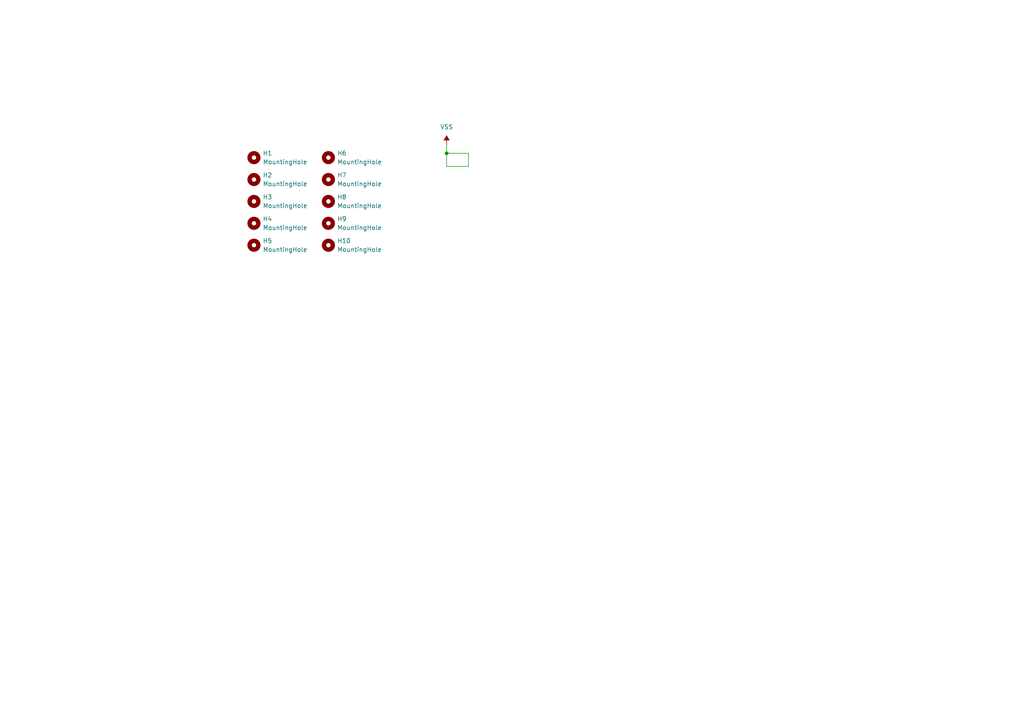
<source format=kicad_sch>
(kicad_sch (version 20230121) (generator eeschema)
  (paper "A4")
  (lib_symbols
    (symbol "Mechanical:MountingHole" (pin_names (offset 1.016))
      (property "Reference" "H" (at 0 5.08 0))
      (property "Value" "MountingHole" (at 0 3.175 0))
      (symbol "MountingHole_0_1"
        (circle (center 0 0) (radius 1.27) (stroke (width 1.27)))
      )
    )
    (symbol "power:VSS" (power) (pin_names (offset 0))
      (property "Value" "VSS" (at 0 3.81 0))
      (symbol "VSS_0_1"
        (polyline (pts (xy 0 0) (xy 0 2.54)))
        (polyline (pts (xy 0.762 1.27) (xy -0.762 1.27) (xy 0 2.54) (xy 0.762 1.27)) (fill (type outline)))
      )
      (symbol "VSS_1_1"
        (pin power_in line (at 0 0 90) (length 0) hide (name "VSS") (number "1"))
      )
    )
  )
  (junction (at 129.54 44.45))
  (wire (pts (xy 129.54 44.45) (xy 129.54 48.26)))
  (wire (pts (xy 129.54 41.91) (xy 129.54 44.45)))
  (wire (pts (xy 129.54 44.45) (xy 135.89 44.45)))
  (wire (pts (xy 129.54 48.26) (xy 135.89 48.26)))
  (wire (pts (xy 135.89 48.26) (xy 135.89 44.45)))
  (symbol (lib_id "Mechanical:MountingHole") (at 95.25 64.77 0) (unit 1)
    (property "Reference" "H9" (at 97.79 63.5 0) (effects (justify left)))
    (property "Value" "MountingHole" (at 97.79 66.04 0) (effects (justify left)))
    (property "Footprint" "UL_Standoff:M2ThreadedStandoff" (effects hide))
  )
  (symbol (lib_id "Mechanical:MountingHole") (at 73.66 52.07 0) (unit 1)
    (property "Reference" "H2" (at 76.2 50.8 0) (effects (justify left)))
    (property "Value" "MountingHole" (at 76.2 53.34 0) (effects (justify left)))
    (property "Footprint" "UL_Standoff:M2ThreadedStandoff" (effects hide))
  )
  (symbol (lib_id "Mechanical:MountingHole") (at 73.66 71.12 0) (unit 1)
    (property "Reference" "H5" (at 76.2 69.85 0) (effects (justify left)))
    (property "Value" "MountingHole" (at 76.2 72.39 0) (effects (justify left)))
    (property "Footprint" "UL_Standoff:M2ThreadedStandoff" (effects hide))
  )
  (symbol (lib_id "Mechanical:MountingHole") (at 73.66 45.72 0) (unit 1)
    (property "Reference" "H1" (at 76.2 44.45 0) (effects (justify left)))
    (property "Value" "MountingHole" (at 76.2 46.99 0) (effects (justify left)))
    (property "Footprint" "UL_Standoff:M2ThreadedStandoff" (effects hide))
  )
  (symbol (lib_id "Mechanical:MountingHole") (at 95.25 52.07 0) (unit 1)
    (property "Reference" "H7" (at 97.79 50.8 0) (effects (justify left)))
    (property "Value" "MountingHole" (at 97.79 53.34 0) (effects (justify left)))
    (property "Footprint" "UL_Standoff:M2ThreadedStandoff" (effects hide))
  )
  (symbol (lib_id "Mechanical:MountingHole") (at 73.66 58.42 0) (unit 1)
    (property "Reference" "H3" (at 76.2 57.15 0) (effects (justify left)))
    (property "Value" "MountingHole" (at 76.2 59.69 0) (effects (justify left)))
    (property "Footprint" "UL_Standoff:M2ThreadedStandoff" (effects hide))
  )
  (symbol (lib_id "Mechanical:MountingHole") (at 95.25 71.12 0) (unit 1)
    (property "Reference" "H10" (at 97.79 69.85 0) (effects (justify left)))
    (property "Value" "MountingHole" (at 97.79 72.39 0) (effects (justify left)))
    (property "Footprint" "UL_Standoff:M2ThreadedStandoff" (effects hide))
  )
  (symbol (lib_id "Mechanical:MountingHole") (at 95.25 58.42 0) (unit 1)
    (property "Reference" "H8" (at 97.79 57.15 0) (effects (justify left)))
    (property "Value" "MountingHole" (at 97.79 59.69 0) (effects (justify left)))
    (property "Footprint" "UL_Standoff:M2ThreadedStandoff" (effects hide))
  )
  (symbol (lib_id "Mechanical:MountingHole") (at 73.66 64.77 0) (unit 1)
    (property "Reference" "H4" (at 76.2 63.5 0) (effects (justify left)))
    (property "Value" "MountingHole" (at 76.2 66.04 0) (effects (justify left)))
    (property "Footprint" "UL_Standoff:M2ThreadedStandoff" (effects hide))
  )
  (symbol (lib_id "Mechanical:MountingHole") (at 95.25 45.72 0) (unit 1)
    (property "Reference" "H6" (at 97.79 44.45 0) (effects (justify left)))
    (property "Value" "MountingHole" (at 97.79 46.99 0) (effects (justify left)))
    (property "Footprint" "UL_Standoff:M2ThreadedStandoff" (effects hide))
  )
  (symbol (lib_id "power:VSS") (at 129.54 41.91 0) (unit 1)
    (property "Reference" "#PWR01" (effects hide))
    (property "Value" "VSS" (at 129.54 36.83 0))
  )
)
</source>
